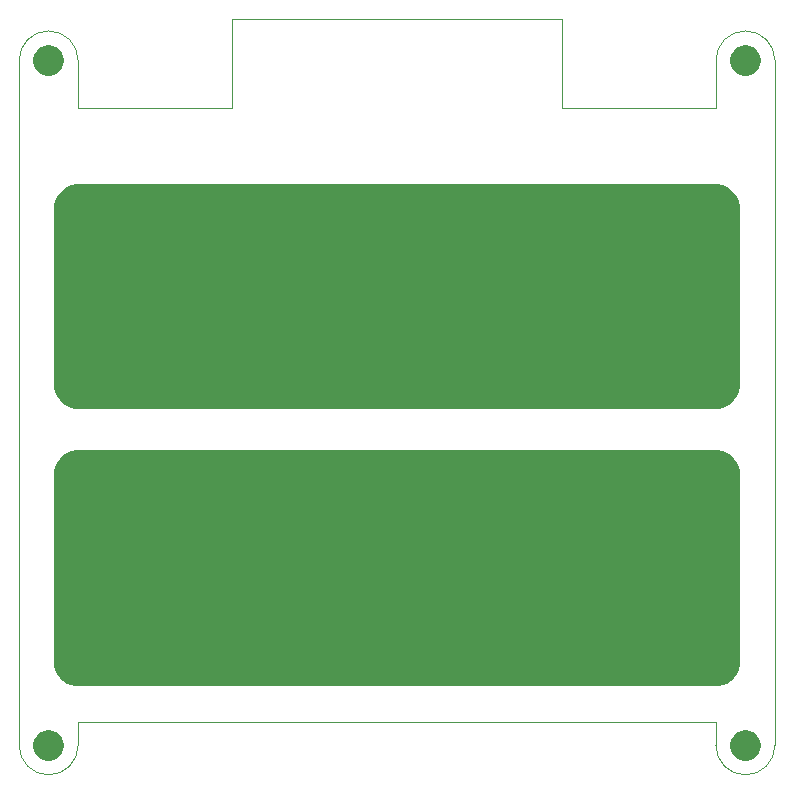
<source format=gbr>
G04*
G04 #@! TF.GenerationSoftware,Altium Limited,Altium Designer,24.3.1 (35)*
G04*
G04 Layer_Color=0*
%FSLAX25Y25*%
%MOIN*%
G70*
G04*
G04 #@! TF.SameCoordinates,4C6EEDD9-8573-49FE-A8EC-0E224A19D34F*
G04*
G04*
G04 #@! TF.FilePolarity,Positive*
G04*
G01*
G75*
%ADD24C,0.00100*%
G36*
X82677Y82677D02*
Y145669D01*
Y146445D01*
X82980Y147966D01*
X83573Y149399D01*
X84435Y150689D01*
X85532Y151785D01*
X86821Y152647D01*
X88254Y153241D01*
X89776Y153543D01*
X90551D01*
D01*
X303150D01*
X303925D01*
X305446Y153241D01*
X306879Y152647D01*
X308169Y151785D01*
X309266Y150689D01*
X310127Y149399D01*
X310721Y147966D01*
X311024Y146445D01*
Y145669D01*
D01*
Y82677D01*
Y81902D01*
X310721Y80380D01*
X310127Y78947D01*
X309266Y77658D01*
X308169Y76561D01*
X306879Y75699D01*
X305446Y75106D01*
X303925Y74803D01*
X303150D01*
D01*
X90551D01*
X89776D01*
X88254Y75106D01*
X86821Y75699D01*
X85532Y76561D01*
X84435Y77658D01*
X83573Y78947D01*
X82980Y80380D01*
X82677Y81902D01*
Y82677D01*
D01*
D02*
G37*
G36*
Y175197D02*
Y234252D01*
Y235028D01*
X82980Y236549D01*
X83573Y237982D01*
X84435Y239271D01*
X85532Y240368D01*
X86821Y241230D01*
X88254Y241823D01*
X89776Y242126D01*
X90551D01*
D01*
X303150D01*
X303925D01*
X305446Y241823D01*
X306879Y241230D01*
X308169Y240368D01*
X309266Y239271D01*
X310127Y237982D01*
X310721Y236549D01*
X311024Y235028D01*
Y234252D01*
D01*
Y175197D01*
Y174421D01*
X310721Y172900D01*
X310127Y171467D01*
X309266Y170177D01*
X308169Y169081D01*
X306879Y168219D01*
X305446Y167625D01*
X303925Y167323D01*
X303150D01*
D01*
X90551D01*
X89776D01*
X88254Y167625D01*
X86821Y168219D01*
X85532Y169081D01*
X84435Y170177D01*
X83573Y171467D01*
X82980Y172900D01*
X82677Y174421D01*
Y175197D01*
D01*
D02*
G37*
G36*
X312992Y50000D02*
X312488D01*
X311499Y50197D01*
X310568Y50582D01*
X309730Y51143D01*
X309017Y51855D01*
X308456Y52694D01*
X308071Y53625D01*
X307874Y54614D01*
Y55118D01*
Y55622D01*
X308071Y56611D01*
X308456Y57542D01*
X309017Y58381D01*
X309730Y59094D01*
X310568Y59654D01*
X311499Y60040D01*
X312488Y60236D01*
X312992D01*
X313496D01*
X314485Y60040D01*
X315417Y59654D01*
X316255Y59094D01*
X316968Y58381D01*
X317528Y57542D01*
X317914Y56611D01*
X318110Y55622D01*
Y55118D01*
Y54614D01*
X317914Y53625D01*
X317528Y52694D01*
X316968Y51855D01*
X316255Y51143D01*
X315417Y50582D01*
X314485Y50197D01*
X313496Y50000D01*
X312992D01*
D01*
D02*
G37*
G36*
X80709D02*
X80204D01*
X79216Y50197D01*
X78284Y50582D01*
X77446Y51143D01*
X76733Y51855D01*
X76173Y52694D01*
X75787Y53625D01*
X75590Y54614D01*
Y55118D01*
Y55622D01*
X75787Y56611D01*
X76173Y57542D01*
X76733Y58381D01*
X77446Y59094D01*
X78284Y59654D01*
X79216Y60040D01*
X80204Y60236D01*
X80709D01*
X81213D01*
X82201Y60040D01*
X83133Y59654D01*
X83971Y59094D01*
X84684Y58381D01*
X85244Y57542D01*
X85630Y56611D01*
X85827Y55622D01*
Y55118D01*
Y54614D01*
X85630Y53625D01*
X85244Y52694D01*
X84684Y51855D01*
X83971Y51143D01*
X83133Y50582D01*
X82201Y50197D01*
X81213Y50000D01*
X80709D01*
D01*
D02*
G37*
G36*
X312992Y278346D02*
X312488D01*
X311499Y278543D01*
X310568Y278929D01*
X309730Y279489D01*
X309017Y280202D01*
X308456Y281040D01*
X308071Y281972D01*
X307874Y282961D01*
Y283465D01*
Y283969D01*
X308071Y284958D01*
X308456Y285889D01*
X309017Y286727D01*
X309730Y287440D01*
X310568Y288000D01*
X311499Y288386D01*
X312488Y288583D01*
X312992D01*
X313496D01*
X314485Y288386D01*
X315417Y288000D01*
X316255Y287440D01*
X316968Y286727D01*
X317528Y285889D01*
X317914Y284958D01*
X318110Y283969D01*
Y283465D01*
Y282961D01*
X317914Y281972D01*
X317528Y281040D01*
X316968Y280202D01*
X316255Y279489D01*
X315417Y278929D01*
X314485Y278543D01*
X313496Y278346D01*
X312992D01*
D01*
D02*
G37*
G36*
X80709D02*
X80204D01*
X79216Y278543D01*
X78284Y278929D01*
X77446Y279489D01*
X76733Y280202D01*
X76173Y281040D01*
X75787Y281972D01*
X75590Y282961D01*
Y283465D01*
Y283969D01*
X75787Y284958D01*
X76173Y285889D01*
X76733Y286727D01*
X77446Y287440D01*
X78284Y288000D01*
X79216Y288386D01*
X80204Y288583D01*
X80709D01*
X81213D01*
X82201Y288386D01*
X83133Y288000D01*
X83971Y287440D01*
X84684Y286727D01*
X85244Y285889D01*
X85630Y284958D01*
X85827Y283969D01*
Y283465D01*
Y282961D01*
X85630Y281972D01*
X85244Y281040D01*
X84684Y280202D01*
X83971Y279489D01*
X83133Y278929D01*
X82201Y278543D01*
X81213Y278346D01*
X80709D01*
D01*
D02*
G37*
D24*
X70866Y55118D02*
G03*
X80709Y45276I9843J0D01*
G01*
D02*
G03*
X90551Y55118I0J9843D01*
G01*
Y62992D01*
X303150Y62992D01*
Y55118D01*
D02*
G03*
X312992Y45276I9843J0D01*
G01*
D02*
G03*
X322835Y55118I0J9843D01*
G01*
Y283465D01*
D02*
G03*
X312992Y293307I-9843J0D01*
G01*
D02*
G03*
X303150Y283465I0J-9843D01*
G01*
Y267717D01*
X251969D01*
Y297244D01*
X141732D01*
Y267717D01*
X90551D01*
Y283465D01*
D02*
G03*
X80709Y293307I-9843J-0D01*
G01*
D02*
G03*
X70866Y283465I0J-9843D01*
G01*
X70866Y55118D01*
M02*

</source>
